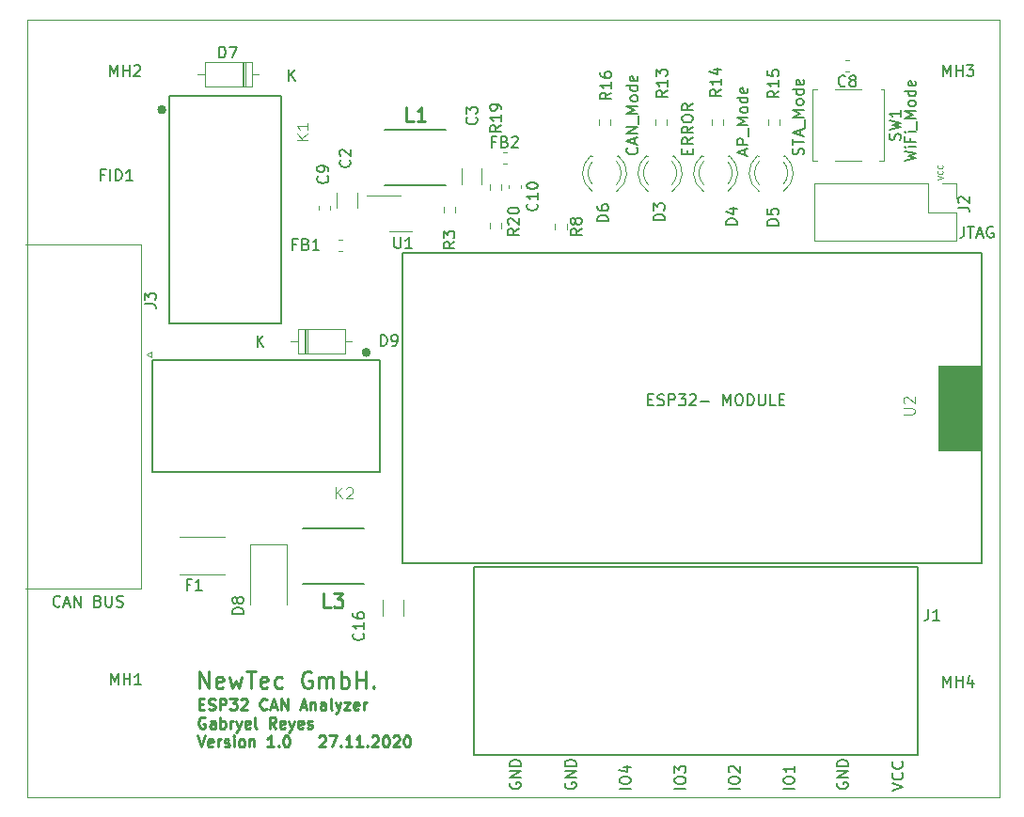
<source format=gbr>
%TF.GenerationSoftware,KiCad,Pcbnew,(5.1.8)-1*%
%TF.CreationDate,2020-12-02T11:58:54+01:00*%
%TF.ProjectId,Board,426f6172-642e-46b6-9963-61645f706362,rev?*%
%TF.SameCoordinates,PX253b400PY7a67730*%
%TF.FileFunction,Legend,Top*%
%TF.FilePolarity,Positive*%
%FSLAX46Y46*%
G04 Gerber Fmt 4.6, Leading zero omitted, Abs format (unit mm)*
G04 Created by KiCad (PCBNEW (5.1.8)-1) date 2020-12-02 11:58:54*
%MOMM*%
%LPD*%
G01*
G04 APERTURE LIST*
%ADD10C,0.150000*%
%ADD11C,0.100000*%
%ADD12C,0.250000*%
%TA.AperFunction,Profile*%
%ADD13C,0.050000*%
%TD*%
%ADD14C,0.120000*%
%ADD15C,0.127000*%
%ADD16C,0.152400*%
%ADD17C,0.400000*%
%ADD18C,0.200000*%
%ADD19C,0.015000*%
%ADD20C,0.254000*%
G04 APERTURE END LIST*
D10*
X2936190Y17232858D02*
X2888571Y17185239D01*
X2745714Y17137620D01*
X2650476Y17137620D01*
X2507619Y17185239D01*
X2412380Y17280477D01*
X2364761Y17375715D01*
X2317142Y17566191D01*
X2317142Y17709048D01*
X2364761Y17899524D01*
X2412380Y17994762D01*
X2507619Y18090000D01*
X2650476Y18137620D01*
X2745714Y18137620D01*
X2888571Y18090000D01*
X2936190Y18042381D01*
X3317142Y17423334D02*
X3793333Y17423334D01*
X3221904Y17137620D02*
X3555238Y18137620D01*
X3888571Y17137620D01*
X4221904Y17137620D02*
X4221904Y18137620D01*
X4793333Y17137620D01*
X4793333Y18137620D01*
X6364761Y17661429D02*
X6507619Y17613810D01*
X6555238Y17566191D01*
X6602857Y17470953D01*
X6602857Y17328096D01*
X6555238Y17232858D01*
X6507619Y17185239D01*
X6412380Y17137620D01*
X6031428Y17137620D01*
X6031428Y18137620D01*
X6364761Y18137620D01*
X6460000Y18090000D01*
X6507619Y18042381D01*
X6555238Y17947143D01*
X6555238Y17851905D01*
X6507619Y17756667D01*
X6460000Y17709048D01*
X6364761Y17661429D01*
X6031428Y17661429D01*
X7031428Y18137620D02*
X7031428Y17328096D01*
X7079047Y17232858D01*
X7126666Y17185239D01*
X7221904Y17137620D01*
X7412380Y17137620D01*
X7507619Y17185239D01*
X7555238Y17232858D01*
X7602857Y17328096D01*
X7602857Y18137620D01*
X8031428Y17185239D02*
X8174285Y17137620D01*
X8412380Y17137620D01*
X8507619Y17185239D01*
X8555238Y17232858D01*
X8602857Y17328096D01*
X8602857Y17423334D01*
X8555238Y17518572D01*
X8507619Y17566191D01*
X8412380Y17613810D01*
X8221904Y17661429D01*
X8126666Y17709048D01*
X8079047Y17756667D01*
X8031428Y17851905D01*
X8031428Y17947143D01*
X8079047Y18042381D01*
X8126666Y18090000D01*
X8221904Y18137620D01*
X8460000Y18137620D01*
X8602857Y18090000D01*
X78992380Y57340953D02*
X79992380Y57579048D01*
X79278095Y57769524D01*
X79992380Y57960000D01*
X78992380Y58198096D01*
X79992380Y58579048D02*
X79325714Y58579048D01*
X78992380Y58579048D02*
X79040000Y58531429D01*
X79087619Y58579048D01*
X79040000Y58626667D01*
X78992380Y58579048D01*
X79087619Y58579048D01*
X79468571Y59388572D02*
X79468571Y59055239D01*
X79992380Y59055239D02*
X78992380Y59055239D01*
X78992380Y59531429D01*
X79992380Y59912381D02*
X79325714Y59912381D01*
X78992380Y59912381D02*
X79040000Y59864762D01*
X79087619Y59912381D01*
X79040000Y59960000D01*
X78992380Y59912381D01*
X79087619Y59912381D01*
X80087619Y60150477D02*
X80087619Y60912381D01*
X79992380Y61150477D02*
X78992380Y61150477D01*
X79706666Y61483810D01*
X78992380Y61817143D01*
X79992380Y61817143D01*
X79992380Y62436191D02*
X79944761Y62340953D01*
X79897142Y62293334D01*
X79801904Y62245715D01*
X79516190Y62245715D01*
X79420952Y62293334D01*
X79373333Y62340953D01*
X79325714Y62436191D01*
X79325714Y62579048D01*
X79373333Y62674286D01*
X79420952Y62721905D01*
X79516190Y62769524D01*
X79801904Y62769524D01*
X79897142Y62721905D01*
X79944761Y62674286D01*
X79992380Y62579048D01*
X79992380Y62436191D01*
X79992380Y63626667D02*
X78992380Y63626667D01*
X79944761Y63626667D02*
X79992380Y63531429D01*
X79992380Y63340953D01*
X79944761Y63245715D01*
X79897142Y63198096D01*
X79801904Y63150477D01*
X79516190Y63150477D01*
X79420952Y63198096D01*
X79373333Y63245715D01*
X79325714Y63340953D01*
X79325714Y63531429D01*
X79373333Y63626667D01*
X79944761Y64483810D02*
X79992380Y64388572D01*
X79992380Y64198096D01*
X79944761Y64102858D01*
X79849523Y64055239D01*
X79468571Y64055239D01*
X79373333Y64102858D01*
X79325714Y64198096D01*
X79325714Y64388572D01*
X79373333Y64483810D01*
X79468571Y64531429D01*
X79563809Y64531429D01*
X79659047Y64055239D01*
X43480000Y1293334D02*
X43432380Y1198096D01*
X43432380Y1055238D01*
X43480000Y912381D01*
X43575238Y817143D01*
X43670476Y769524D01*
X43860952Y721905D01*
X44003809Y721905D01*
X44194285Y769524D01*
X44289523Y817143D01*
X44384761Y912381D01*
X44432380Y1055238D01*
X44432380Y1150477D01*
X44384761Y1293334D01*
X44337142Y1340953D01*
X44003809Y1340953D01*
X44003809Y1150477D01*
X44432380Y1769524D02*
X43432380Y1769524D01*
X44432380Y2340953D01*
X43432380Y2340953D01*
X44432380Y2817143D02*
X43432380Y2817143D01*
X43432380Y3055238D01*
X43480000Y3198096D01*
X43575238Y3293334D01*
X43670476Y3340953D01*
X43860952Y3388572D01*
X44003809Y3388572D01*
X44194285Y3340953D01*
X44289523Y3293334D01*
X44384761Y3198096D01*
X44432380Y3055238D01*
X44432380Y2817143D01*
X48440000Y1293334D02*
X48392380Y1198096D01*
X48392380Y1055238D01*
X48440000Y912381D01*
X48535238Y817143D01*
X48630476Y769524D01*
X48820952Y721905D01*
X48963809Y721905D01*
X49154285Y769524D01*
X49249523Y817143D01*
X49344761Y912381D01*
X49392380Y1055238D01*
X49392380Y1150477D01*
X49344761Y1293334D01*
X49297142Y1340953D01*
X48963809Y1340953D01*
X48963809Y1150477D01*
X49392380Y1769524D02*
X48392380Y1769524D01*
X49392380Y2340953D01*
X48392380Y2340953D01*
X49392380Y2817143D02*
X48392380Y2817143D01*
X48392380Y3055238D01*
X48440000Y3198096D01*
X48535238Y3293334D01*
X48630476Y3340953D01*
X48820952Y3388572D01*
X48963809Y3388572D01*
X49154285Y3340953D01*
X49249523Y3293334D01*
X49344761Y3198096D01*
X49392380Y3055238D01*
X49392380Y2817143D01*
X54312380Y769524D02*
X53312380Y769524D01*
X53312380Y1436191D02*
X53312380Y1626667D01*
X53360000Y1721905D01*
X53455238Y1817144D01*
X53645714Y1864763D01*
X53979047Y1864763D01*
X54169523Y1817144D01*
X54264761Y1721905D01*
X54312380Y1626667D01*
X54312380Y1436191D01*
X54264761Y1340953D01*
X54169523Y1245715D01*
X53979047Y1198096D01*
X53645714Y1198096D01*
X53455238Y1245715D01*
X53360000Y1340953D01*
X53312380Y1436191D01*
X53645714Y2721905D02*
X54312380Y2721905D01*
X53264761Y2483810D02*
X53979047Y2245715D01*
X53979047Y2864763D01*
X59272380Y769524D02*
X58272380Y769524D01*
X58272380Y1436191D02*
X58272380Y1626667D01*
X58320000Y1721905D01*
X58415238Y1817144D01*
X58605714Y1864763D01*
X58939047Y1864763D01*
X59129523Y1817144D01*
X59224761Y1721905D01*
X59272380Y1626667D01*
X59272380Y1436191D01*
X59224761Y1340953D01*
X59129523Y1245715D01*
X58939047Y1198096D01*
X58605714Y1198096D01*
X58415238Y1245715D01*
X58320000Y1340953D01*
X58272380Y1436191D01*
X58272380Y2198096D02*
X58272380Y2817144D01*
X58653333Y2483810D01*
X58653333Y2626667D01*
X58700952Y2721905D01*
X58748571Y2769524D01*
X58843809Y2817144D01*
X59081904Y2817144D01*
X59177142Y2769524D01*
X59224761Y2721905D01*
X59272380Y2626667D01*
X59272380Y2340953D01*
X59224761Y2245715D01*
X59177142Y2198096D01*
X64132380Y769524D02*
X63132380Y769524D01*
X63132380Y1436191D02*
X63132380Y1626667D01*
X63180000Y1721905D01*
X63275238Y1817144D01*
X63465714Y1864763D01*
X63799047Y1864763D01*
X63989523Y1817144D01*
X64084761Y1721905D01*
X64132380Y1626667D01*
X64132380Y1436191D01*
X64084761Y1340953D01*
X63989523Y1245715D01*
X63799047Y1198096D01*
X63465714Y1198096D01*
X63275238Y1245715D01*
X63180000Y1340953D01*
X63132380Y1436191D01*
X63227619Y2245715D02*
X63180000Y2293334D01*
X63132380Y2388572D01*
X63132380Y2626667D01*
X63180000Y2721905D01*
X63227619Y2769524D01*
X63322857Y2817144D01*
X63418095Y2817144D01*
X63560952Y2769524D01*
X64132380Y2198096D01*
X64132380Y2817144D01*
X69052380Y769524D02*
X68052380Y769524D01*
X68052380Y1436191D02*
X68052380Y1626667D01*
X68100000Y1721905D01*
X68195238Y1817144D01*
X68385714Y1864763D01*
X68719047Y1864763D01*
X68909523Y1817144D01*
X69004761Y1721905D01*
X69052380Y1626667D01*
X69052380Y1436191D01*
X69004761Y1340953D01*
X68909523Y1245715D01*
X68719047Y1198096D01*
X68385714Y1198096D01*
X68195238Y1245715D01*
X68100000Y1340953D01*
X68052380Y1436191D01*
X69052380Y2817144D02*
X69052380Y2245715D01*
X69052380Y2531429D02*
X68052380Y2531429D01*
X68195238Y2436191D01*
X68290476Y2340953D01*
X68338095Y2245715D01*
X72920000Y1293334D02*
X72872380Y1198096D01*
X72872380Y1055238D01*
X72920000Y912381D01*
X73015238Y817143D01*
X73110476Y769524D01*
X73300952Y721905D01*
X73443809Y721905D01*
X73634285Y769524D01*
X73729523Y817143D01*
X73824761Y912381D01*
X73872380Y1055238D01*
X73872380Y1150477D01*
X73824761Y1293334D01*
X73777142Y1340953D01*
X73443809Y1340953D01*
X73443809Y1150477D01*
X73872380Y1769524D02*
X72872380Y1769524D01*
X73872380Y2340953D01*
X72872380Y2340953D01*
X73872380Y2817143D02*
X72872380Y2817143D01*
X72872380Y3055238D01*
X72920000Y3198096D01*
X73015238Y3293334D01*
X73110476Y3340953D01*
X73300952Y3388572D01*
X73443809Y3388572D01*
X73634285Y3340953D01*
X73729523Y3293334D01*
X73824761Y3198096D01*
X73872380Y3055238D01*
X73872380Y2817143D01*
X77832380Y626667D02*
X78832380Y960000D01*
X77832380Y1293334D01*
X78737142Y2198096D02*
X78784761Y2150477D01*
X78832380Y2007620D01*
X78832380Y1912381D01*
X78784761Y1769524D01*
X78689523Y1674286D01*
X78594285Y1626667D01*
X78403809Y1579048D01*
X78260952Y1579048D01*
X78070476Y1626667D01*
X77975238Y1674286D01*
X77880000Y1769524D01*
X77832380Y1912381D01*
X77832380Y2007620D01*
X77880000Y2150477D01*
X77927619Y2198096D01*
X78737142Y3198096D02*
X78784761Y3150477D01*
X78832380Y3007620D01*
X78832380Y2912381D01*
X78784761Y2769524D01*
X78689523Y2674286D01*
X78594285Y2626667D01*
X78403809Y2579048D01*
X78260952Y2579048D01*
X78070476Y2626667D01*
X77975238Y2674286D01*
X77880000Y2769524D01*
X77832380Y2912381D01*
X77832380Y3007620D01*
X77880000Y3150477D01*
X77927619Y3198096D01*
X69844761Y57874286D02*
X69892380Y58017143D01*
X69892380Y58255238D01*
X69844761Y58350477D01*
X69797142Y58398096D01*
X69701904Y58445715D01*
X69606666Y58445715D01*
X69511428Y58398096D01*
X69463809Y58350477D01*
X69416190Y58255238D01*
X69368571Y58064762D01*
X69320952Y57969524D01*
X69273333Y57921905D01*
X69178095Y57874286D01*
X69082857Y57874286D01*
X68987619Y57921905D01*
X68940000Y57969524D01*
X68892380Y58064762D01*
X68892380Y58302858D01*
X68940000Y58445715D01*
X68892380Y58731429D02*
X68892380Y59302858D01*
X69892380Y59017143D02*
X68892380Y59017143D01*
X69606666Y59588572D02*
X69606666Y60064762D01*
X69892380Y59493334D02*
X68892380Y59826667D01*
X69892380Y60160000D01*
X69987619Y60255238D02*
X69987619Y61017143D01*
X69892380Y61255238D02*
X68892380Y61255238D01*
X69606666Y61588572D01*
X68892380Y61921905D01*
X69892380Y61921905D01*
X69892380Y62540953D02*
X69844761Y62445715D01*
X69797142Y62398096D01*
X69701904Y62350477D01*
X69416190Y62350477D01*
X69320952Y62398096D01*
X69273333Y62445715D01*
X69225714Y62540953D01*
X69225714Y62683810D01*
X69273333Y62779048D01*
X69320952Y62826667D01*
X69416190Y62874286D01*
X69701904Y62874286D01*
X69797142Y62826667D01*
X69844761Y62779048D01*
X69892380Y62683810D01*
X69892380Y62540953D01*
X69892380Y63731429D02*
X68892380Y63731429D01*
X69844761Y63731429D02*
X69892380Y63636191D01*
X69892380Y63445715D01*
X69844761Y63350477D01*
X69797142Y63302858D01*
X69701904Y63255238D01*
X69416190Y63255238D01*
X69320952Y63302858D01*
X69273333Y63350477D01*
X69225714Y63445715D01*
X69225714Y63636191D01*
X69273333Y63731429D01*
X69844761Y64588572D02*
X69892380Y64493334D01*
X69892380Y64302858D01*
X69844761Y64207619D01*
X69749523Y64160000D01*
X69368571Y64160000D01*
X69273333Y64207619D01*
X69225714Y64302858D01*
X69225714Y64493334D01*
X69273333Y64588572D01*
X69368571Y64636191D01*
X69463809Y64636191D01*
X69559047Y64160000D01*
X64576666Y57874286D02*
X64576666Y58350476D01*
X64862380Y57779048D02*
X63862380Y58112381D01*
X64862380Y58445715D01*
X64862380Y58779048D02*
X63862380Y58779048D01*
X63862380Y59160000D01*
X63910000Y59255238D01*
X63957619Y59302857D01*
X64052857Y59350476D01*
X64195714Y59350476D01*
X64290952Y59302857D01*
X64338571Y59255238D01*
X64386190Y59160000D01*
X64386190Y58779048D01*
X64957619Y59540953D02*
X64957619Y60302857D01*
X64862380Y60540953D02*
X63862380Y60540953D01*
X64576666Y60874286D01*
X63862380Y61207619D01*
X64862380Y61207619D01*
X64862380Y61826667D02*
X64814761Y61731429D01*
X64767142Y61683810D01*
X64671904Y61636191D01*
X64386190Y61636191D01*
X64290952Y61683810D01*
X64243333Y61731429D01*
X64195714Y61826667D01*
X64195714Y61969524D01*
X64243333Y62064762D01*
X64290952Y62112381D01*
X64386190Y62160000D01*
X64671904Y62160000D01*
X64767142Y62112381D01*
X64814761Y62064762D01*
X64862380Y61969524D01*
X64862380Y61826667D01*
X64862380Y63017143D02*
X63862380Y63017143D01*
X64814761Y63017143D02*
X64862380Y62921905D01*
X64862380Y62731429D01*
X64814761Y62636191D01*
X64767142Y62588572D01*
X64671904Y62540953D01*
X64386190Y62540953D01*
X64290952Y62588572D01*
X64243333Y62636191D01*
X64195714Y62731429D01*
X64195714Y62921905D01*
X64243333Y63017143D01*
X64814761Y63874286D02*
X64862380Y63779048D01*
X64862380Y63588572D01*
X64814761Y63493334D01*
X64719523Y63445715D01*
X64338571Y63445715D01*
X64243333Y63493334D01*
X64195714Y63588572D01*
X64195714Y63779048D01*
X64243333Y63874286D01*
X64338571Y63921905D01*
X64433809Y63921905D01*
X64529047Y63445715D01*
X59398571Y57921905D02*
X59398571Y58255239D01*
X59922380Y58398096D02*
X59922380Y57921905D01*
X58922380Y57921905D01*
X58922380Y58398096D01*
X59922380Y59398096D02*
X59446190Y59064762D01*
X59922380Y58826667D02*
X58922380Y58826667D01*
X58922380Y59207620D01*
X58970000Y59302858D01*
X59017619Y59350477D01*
X59112857Y59398096D01*
X59255714Y59398096D01*
X59350952Y59350477D01*
X59398571Y59302858D01*
X59446190Y59207620D01*
X59446190Y58826667D01*
X59922380Y60398096D02*
X59446190Y60064762D01*
X59922380Y59826667D02*
X58922380Y59826667D01*
X58922380Y60207620D01*
X58970000Y60302858D01*
X59017619Y60350477D01*
X59112857Y60398096D01*
X59255714Y60398096D01*
X59350952Y60350477D01*
X59398571Y60302858D01*
X59446190Y60207620D01*
X59446190Y59826667D01*
X58922380Y61017143D02*
X58922380Y61207620D01*
X58970000Y61302858D01*
X59065238Y61398096D01*
X59255714Y61445715D01*
X59589047Y61445715D01*
X59779523Y61398096D01*
X59874761Y61302858D01*
X59922380Y61207620D01*
X59922380Y61017143D01*
X59874761Y60921905D01*
X59779523Y60826667D01*
X59589047Y60779048D01*
X59255714Y60779048D01*
X59065238Y60826667D01*
X58970000Y60921905D01*
X58922380Y61017143D01*
X59922380Y62445715D02*
X59446190Y62112381D01*
X59922380Y61874286D02*
X58922380Y61874286D01*
X58922380Y62255239D01*
X58970000Y62350477D01*
X59017619Y62398096D01*
X59112857Y62445715D01*
X59255714Y62445715D01*
X59350952Y62398096D01*
X59398571Y62350477D01*
X59446190Y62255239D01*
X59446190Y61874286D01*
X54857142Y58493334D02*
X54904761Y58445715D01*
X54952380Y58302858D01*
X54952380Y58207620D01*
X54904761Y58064763D01*
X54809523Y57969525D01*
X54714285Y57921905D01*
X54523809Y57874286D01*
X54380952Y57874286D01*
X54190476Y57921905D01*
X54095238Y57969525D01*
X54000000Y58064763D01*
X53952380Y58207620D01*
X53952380Y58302858D01*
X54000000Y58445715D01*
X54047619Y58493334D01*
X54666666Y58874286D02*
X54666666Y59350477D01*
X54952380Y58779048D02*
X53952380Y59112382D01*
X54952380Y59445715D01*
X54952380Y59779048D02*
X53952380Y59779048D01*
X54952380Y60350477D01*
X53952380Y60350477D01*
X55047619Y60588572D02*
X55047619Y61350477D01*
X54952380Y61588572D02*
X53952380Y61588572D01*
X54666666Y61921905D01*
X53952380Y62255239D01*
X54952380Y62255239D01*
X54952380Y62874286D02*
X54904761Y62779048D01*
X54857142Y62731429D01*
X54761904Y62683810D01*
X54476190Y62683810D01*
X54380952Y62731429D01*
X54333333Y62779048D01*
X54285714Y62874286D01*
X54285714Y63017144D01*
X54333333Y63112382D01*
X54380952Y63160001D01*
X54476190Y63207620D01*
X54761904Y63207620D01*
X54857142Y63160001D01*
X54904761Y63112382D01*
X54952380Y63017144D01*
X54952380Y62874286D01*
X54952380Y64064763D02*
X53952380Y64064763D01*
X54904761Y64064763D02*
X54952380Y63969525D01*
X54952380Y63779048D01*
X54904761Y63683810D01*
X54857142Y63636191D01*
X54761904Y63588572D01*
X54476190Y63588572D01*
X54380952Y63636191D01*
X54333333Y63683810D01*
X54285714Y63779048D01*
X54285714Y63969525D01*
X54333333Y64064763D01*
X54904761Y64921905D02*
X54952380Y64826667D01*
X54952380Y64636191D01*
X54904761Y64540953D01*
X54809523Y64493334D01*
X54428571Y64493334D01*
X54333333Y64540953D01*
X54285714Y64636191D01*
X54285714Y64826667D01*
X54333333Y64921905D01*
X54428571Y64969525D01*
X54523809Y64969525D01*
X54619047Y64493334D01*
D11*
X81926190Y55633334D02*
X82426190Y55800000D01*
X81926190Y55966667D01*
X82378571Y56419048D02*
X82402380Y56395239D01*
X82426190Y56323810D01*
X82426190Y56276191D01*
X82402380Y56204762D01*
X82354761Y56157143D01*
X82307142Y56133334D01*
X82211904Y56109524D01*
X82140476Y56109524D01*
X82045238Y56133334D01*
X81997619Y56157143D01*
X81950000Y56204762D01*
X81926190Y56276191D01*
X81926190Y56323810D01*
X81950000Y56395239D01*
X81973809Y56419048D01*
X82378571Y56919048D02*
X82402380Y56895239D01*
X82426190Y56823810D01*
X82426190Y56776191D01*
X82402380Y56704762D01*
X82354761Y56657143D01*
X82307142Y56633334D01*
X82211904Y56609524D01*
X82140476Y56609524D01*
X82045238Y56633334D01*
X81997619Y56657143D01*
X81950000Y56704762D01*
X81926190Y56776191D01*
X81926190Y56823810D01*
X81950000Y56895239D01*
X81973809Y56919048D01*
D10*
X84313333Y51407620D02*
X84313333Y50693334D01*
X84265714Y50550477D01*
X84170476Y50455239D01*
X84027619Y50407620D01*
X83932380Y50407620D01*
X84646666Y51407620D02*
X85218095Y51407620D01*
X84932380Y50407620D02*
X84932380Y51407620D01*
X85503809Y50693334D02*
X85980000Y50693334D01*
X85408571Y50407620D02*
X85741904Y51407620D01*
X86075238Y50407620D01*
X86932380Y51360000D02*
X86837142Y51407620D01*
X86694285Y51407620D01*
X86551428Y51360000D01*
X86456190Y51264762D01*
X86408571Y51169524D01*
X86360952Y50979048D01*
X86360952Y50836191D01*
X86408571Y50645715D01*
X86456190Y50550477D01*
X86551428Y50455239D01*
X86694285Y50407620D01*
X86789523Y50407620D01*
X86932380Y50455239D01*
X86980000Y50502858D01*
X86980000Y50836191D01*
X86789523Y50836191D01*
X55880952Y35821429D02*
X56214285Y35821429D01*
X56357142Y35297620D02*
X55880952Y35297620D01*
X55880952Y36297620D01*
X56357142Y36297620D01*
X56738095Y35345239D02*
X56880952Y35297620D01*
X57119047Y35297620D01*
X57214285Y35345239D01*
X57261904Y35392858D01*
X57309523Y35488096D01*
X57309523Y35583334D01*
X57261904Y35678572D01*
X57214285Y35726191D01*
X57119047Y35773810D01*
X56928571Y35821429D01*
X56833333Y35869048D01*
X56785714Y35916667D01*
X56738095Y36011905D01*
X56738095Y36107143D01*
X56785714Y36202381D01*
X56833333Y36250000D01*
X56928571Y36297620D01*
X57166666Y36297620D01*
X57309523Y36250000D01*
X57738095Y35297620D02*
X57738095Y36297620D01*
X58119047Y36297620D01*
X58214285Y36250000D01*
X58261904Y36202381D01*
X58309523Y36107143D01*
X58309523Y35964286D01*
X58261904Y35869048D01*
X58214285Y35821429D01*
X58119047Y35773810D01*
X57738095Y35773810D01*
X58642857Y36297620D02*
X59261904Y36297620D01*
X58928571Y35916667D01*
X59071428Y35916667D01*
X59166666Y35869048D01*
X59214285Y35821429D01*
X59261904Y35726191D01*
X59261904Y35488096D01*
X59214285Y35392858D01*
X59166666Y35345239D01*
X59071428Y35297620D01*
X58785714Y35297620D01*
X58690476Y35345239D01*
X58642857Y35392858D01*
X59642857Y36202381D02*
X59690476Y36250000D01*
X59785714Y36297620D01*
X60023809Y36297620D01*
X60119047Y36250000D01*
X60166666Y36202381D01*
X60214285Y36107143D01*
X60214285Y36011905D01*
X60166666Y35869048D01*
X59595238Y35297620D01*
X60214285Y35297620D01*
X60642857Y35678572D02*
X61404761Y35678572D01*
X62642857Y35297620D02*
X62642857Y36297620D01*
X62976190Y35583334D01*
X63309523Y36297620D01*
X63309523Y35297620D01*
X63976190Y36297620D02*
X64166666Y36297620D01*
X64261904Y36250000D01*
X64357142Y36154762D01*
X64404761Y35964286D01*
X64404761Y35630953D01*
X64357142Y35440477D01*
X64261904Y35345239D01*
X64166666Y35297620D01*
X63976190Y35297620D01*
X63880952Y35345239D01*
X63785714Y35440477D01*
X63738095Y35630953D01*
X63738095Y35964286D01*
X63785714Y36154762D01*
X63880952Y36250000D01*
X63976190Y36297620D01*
X64833333Y35297620D02*
X64833333Y36297620D01*
X65071428Y36297620D01*
X65214285Y36250000D01*
X65309523Y36154762D01*
X65357142Y36059524D01*
X65404761Y35869048D01*
X65404761Y35726191D01*
X65357142Y35535715D01*
X65309523Y35440477D01*
X65214285Y35345239D01*
X65071428Y35297620D01*
X64833333Y35297620D01*
X65833333Y36297620D02*
X65833333Y35488096D01*
X65880952Y35392858D01*
X65928571Y35345239D01*
X66023809Y35297620D01*
X66214285Y35297620D01*
X66309523Y35345239D01*
X66357142Y35392858D01*
X66404761Y35488096D01*
X66404761Y36297620D01*
X67357142Y35297620D02*
X66880952Y35297620D01*
X66880952Y36297620D01*
X67690476Y35821429D02*
X68023809Y35821429D01*
X68166666Y35297620D02*
X67690476Y35297620D01*
X67690476Y36297620D01*
X68166666Y36297620D01*
D12*
X15309523Y5547620D02*
X15642856Y4547620D01*
X15976190Y5547620D01*
X16690475Y4595239D02*
X16595237Y4547620D01*
X16404761Y4547620D01*
X16309523Y4595239D01*
X16261904Y4690477D01*
X16261904Y5071429D01*
X16309523Y5166667D01*
X16404761Y5214286D01*
X16595237Y5214286D01*
X16690475Y5166667D01*
X16738094Y5071429D01*
X16738094Y4976191D01*
X16261904Y4880953D01*
X17166666Y4547620D02*
X17166666Y5214286D01*
X17166666Y5023810D02*
X17214285Y5119048D01*
X17261904Y5166667D01*
X17357142Y5214286D01*
X17452380Y5214286D01*
X17738094Y4595239D02*
X17833332Y4547620D01*
X18023809Y4547620D01*
X18119047Y4595239D01*
X18166666Y4690477D01*
X18166666Y4738096D01*
X18119047Y4833334D01*
X18023809Y4880953D01*
X17880951Y4880953D01*
X17785713Y4928572D01*
X17738094Y5023810D01*
X17738094Y5071429D01*
X17785713Y5166667D01*
X17880951Y5214286D01*
X18023809Y5214286D01*
X18119047Y5166667D01*
X18595237Y4547620D02*
X18595237Y5214286D01*
X18595237Y5547620D02*
X18547618Y5500000D01*
X18595237Y5452381D01*
X18642856Y5500000D01*
X18595237Y5547620D01*
X18595237Y5452381D01*
X19214285Y4547620D02*
X19119047Y4595239D01*
X19071428Y4642858D01*
X19023809Y4738096D01*
X19023809Y5023810D01*
X19071428Y5119048D01*
X19119047Y5166667D01*
X19214285Y5214286D01*
X19357142Y5214286D01*
X19452380Y5166667D01*
X19499999Y5119048D01*
X19547618Y5023810D01*
X19547618Y4738096D01*
X19499999Y4642858D01*
X19452380Y4595239D01*
X19357142Y4547620D01*
X19214285Y4547620D01*
X19976190Y5214286D02*
X19976190Y4547620D01*
X19976190Y5119048D02*
X20023809Y5166667D01*
X20119047Y5214286D01*
X20261904Y5214286D01*
X20357142Y5166667D01*
X20404761Y5071429D01*
X20404761Y4547620D01*
X22166666Y4547620D02*
X21595237Y4547620D01*
X21880951Y4547620D02*
X21880951Y5547620D01*
X21785713Y5404762D01*
X21690475Y5309524D01*
X21595237Y5261905D01*
X22595237Y4642858D02*
X22642856Y4595239D01*
X22595237Y4547620D01*
X22547618Y4595239D01*
X22595237Y4642858D01*
X22595237Y4547620D01*
X23261904Y5547620D02*
X23357142Y5547620D01*
X23452380Y5500000D01*
X23499999Y5452381D01*
X23547618Y5357143D01*
X23595237Y5166667D01*
X23595237Y4928572D01*
X23547618Y4738096D01*
X23499999Y4642858D01*
X23452380Y4595239D01*
X23357142Y4547620D01*
X23261904Y4547620D01*
X23166666Y4595239D01*
X23119047Y4642858D01*
X23071428Y4738096D01*
X23023809Y4928572D01*
X23023809Y5166667D01*
X23071428Y5357143D01*
X23119047Y5452381D01*
X23166666Y5500000D01*
X23261904Y5547620D01*
X26261904Y5452381D02*
X26309523Y5500000D01*
X26404761Y5547620D01*
X26642856Y5547620D01*
X26738094Y5500000D01*
X26785713Y5452381D01*
X26833332Y5357143D01*
X26833332Y5261905D01*
X26785713Y5119048D01*
X26214285Y4547620D01*
X26833332Y4547620D01*
X27166666Y5547620D02*
X27833332Y5547620D01*
X27404761Y4547620D01*
X28214285Y4642858D02*
X28261904Y4595239D01*
X28214285Y4547620D01*
X28166666Y4595239D01*
X28214285Y4642858D01*
X28214285Y4547620D01*
X29214285Y4547620D02*
X28642856Y4547620D01*
X28928571Y4547620D02*
X28928571Y5547620D01*
X28833332Y5404762D01*
X28738094Y5309524D01*
X28642856Y5261905D01*
X30166666Y4547620D02*
X29595237Y4547620D01*
X29880951Y4547620D02*
X29880951Y5547620D01*
X29785713Y5404762D01*
X29690475Y5309524D01*
X29595237Y5261905D01*
X30595237Y4642858D02*
X30642856Y4595239D01*
X30595237Y4547620D01*
X30547618Y4595239D01*
X30595237Y4642858D01*
X30595237Y4547620D01*
X31023809Y5452381D02*
X31071428Y5500000D01*
X31166666Y5547620D01*
X31404761Y5547620D01*
X31499999Y5500000D01*
X31547618Y5452381D01*
X31595237Y5357143D01*
X31595237Y5261905D01*
X31547618Y5119048D01*
X30976190Y4547620D01*
X31595237Y4547620D01*
X32214285Y5547620D02*
X32309523Y5547620D01*
X32404761Y5500000D01*
X32452380Y5452381D01*
X32499999Y5357143D01*
X32547618Y5166667D01*
X32547618Y4928572D01*
X32499999Y4738096D01*
X32452380Y4642858D01*
X32404761Y4595239D01*
X32309523Y4547620D01*
X32214285Y4547620D01*
X32119047Y4595239D01*
X32071428Y4642858D01*
X32023809Y4738096D01*
X31976190Y4928572D01*
X31976190Y5166667D01*
X32023809Y5357143D01*
X32071428Y5452381D01*
X32119047Y5500000D01*
X32214285Y5547620D01*
X32928570Y5452381D02*
X32976190Y5500000D01*
X33071428Y5547620D01*
X33309523Y5547620D01*
X33404761Y5500000D01*
X33452380Y5452381D01*
X33499999Y5357143D01*
X33499999Y5261905D01*
X33452380Y5119048D01*
X32880951Y4547620D01*
X33499999Y4547620D01*
X34119047Y5547620D02*
X34214285Y5547620D01*
X34309523Y5500000D01*
X34357142Y5452381D01*
X34404761Y5357143D01*
X34452380Y5166667D01*
X34452380Y4928572D01*
X34404761Y4738096D01*
X34357142Y4642858D01*
X34309523Y4595239D01*
X34214285Y4547620D01*
X34119047Y4547620D01*
X34023809Y4595239D01*
X33976190Y4642858D01*
X33928570Y4738096D01*
X33880951Y4928572D01*
X33880951Y5166667D01*
X33928570Y5357143D01*
X33976190Y5452381D01*
X34023809Y5500000D01*
X34119047Y5547620D01*
X15452380Y8403096D02*
X15785713Y8403096D01*
X15928571Y7879287D02*
X15452380Y7879287D01*
X15452380Y8879287D01*
X15928571Y8879287D01*
X16309523Y7926906D02*
X16452380Y7879287D01*
X16690475Y7879287D01*
X16785713Y7926906D01*
X16833332Y7974525D01*
X16880951Y8069763D01*
X16880951Y8165001D01*
X16833332Y8260239D01*
X16785713Y8307858D01*
X16690475Y8355477D01*
X16499999Y8403096D01*
X16404761Y8450715D01*
X16357142Y8498334D01*
X16309523Y8593572D01*
X16309523Y8688810D01*
X16357142Y8784048D01*
X16404761Y8831667D01*
X16499999Y8879287D01*
X16738094Y8879287D01*
X16880951Y8831667D01*
X17309523Y7879287D02*
X17309523Y8879287D01*
X17690475Y8879287D01*
X17785713Y8831667D01*
X17833332Y8784048D01*
X17880951Y8688810D01*
X17880951Y8545953D01*
X17833332Y8450715D01*
X17785713Y8403096D01*
X17690475Y8355477D01*
X17309523Y8355477D01*
X18214285Y8879287D02*
X18833332Y8879287D01*
X18499999Y8498334D01*
X18642856Y8498334D01*
X18738094Y8450715D01*
X18785713Y8403096D01*
X18833332Y8307858D01*
X18833332Y8069763D01*
X18785713Y7974525D01*
X18738094Y7926906D01*
X18642856Y7879287D01*
X18357142Y7879287D01*
X18261904Y7926906D01*
X18214285Y7974525D01*
X19214285Y8784048D02*
X19261904Y8831667D01*
X19357142Y8879287D01*
X19595237Y8879287D01*
X19690475Y8831667D01*
X19738094Y8784048D01*
X19785713Y8688810D01*
X19785713Y8593572D01*
X19738094Y8450715D01*
X19166666Y7879287D01*
X19785713Y7879287D01*
X21547618Y7974525D02*
X21499999Y7926906D01*
X21357142Y7879287D01*
X21261904Y7879287D01*
X21119047Y7926906D01*
X21023809Y8022144D01*
X20976190Y8117382D01*
X20928571Y8307858D01*
X20928571Y8450715D01*
X20976190Y8641191D01*
X21023809Y8736429D01*
X21119047Y8831667D01*
X21261904Y8879287D01*
X21357142Y8879287D01*
X21499999Y8831667D01*
X21547618Y8784048D01*
X21928571Y8165001D02*
X22404761Y8165001D01*
X21833332Y7879287D02*
X22166666Y8879287D01*
X22499999Y7879287D01*
X22833332Y7879287D02*
X22833332Y8879287D01*
X23404761Y7879287D01*
X23404761Y8879287D01*
X24595237Y8165001D02*
X25071428Y8165001D01*
X24499999Y7879287D02*
X24833332Y8879287D01*
X25166666Y7879287D01*
X25499999Y8545953D02*
X25499999Y7879287D01*
X25499999Y8450715D02*
X25547618Y8498334D01*
X25642856Y8545953D01*
X25785713Y8545953D01*
X25880951Y8498334D01*
X25928570Y8403096D01*
X25928570Y7879287D01*
X26833332Y7879287D02*
X26833332Y8403096D01*
X26785713Y8498334D01*
X26690475Y8545953D01*
X26499999Y8545953D01*
X26404761Y8498334D01*
X26833332Y7926906D02*
X26738094Y7879287D01*
X26499999Y7879287D01*
X26404761Y7926906D01*
X26357142Y8022144D01*
X26357142Y8117382D01*
X26404761Y8212620D01*
X26499999Y8260239D01*
X26738094Y8260239D01*
X26833332Y8307858D01*
X27452380Y7879287D02*
X27357142Y7926906D01*
X27309523Y8022144D01*
X27309523Y8879287D01*
X27738094Y8545953D02*
X27976190Y7879287D01*
X28214285Y8545953D02*
X27976190Y7879287D01*
X27880951Y7641191D01*
X27833332Y7593572D01*
X27738094Y7545953D01*
X28499999Y8545953D02*
X29023809Y8545953D01*
X28499999Y7879287D01*
X29023809Y7879287D01*
X29785713Y7926906D02*
X29690475Y7879287D01*
X29499999Y7879287D01*
X29404761Y7926906D01*
X29357142Y8022144D01*
X29357142Y8403096D01*
X29404761Y8498334D01*
X29499999Y8545953D01*
X29690475Y8545953D01*
X29785713Y8498334D01*
X29833332Y8403096D01*
X29833332Y8307858D01*
X29357142Y8212620D01*
X30261904Y7879287D02*
X30261904Y8545953D01*
X30261904Y8355477D02*
X30309523Y8450715D01*
X30357142Y8498334D01*
X30452380Y8545953D01*
X30547618Y8545953D01*
X15976190Y7165834D02*
X15880952Y7213454D01*
X15738095Y7213454D01*
X15595238Y7165834D01*
X15500000Y7070596D01*
X15452381Y6975358D01*
X15404762Y6784882D01*
X15404762Y6642025D01*
X15452381Y6451549D01*
X15500000Y6356311D01*
X15595238Y6261073D01*
X15738095Y6213454D01*
X15833333Y6213454D01*
X15976190Y6261073D01*
X16023809Y6308692D01*
X16023809Y6642025D01*
X15833333Y6642025D01*
X16880952Y6213454D02*
X16880952Y6737263D01*
X16833333Y6832501D01*
X16738095Y6880120D01*
X16547619Y6880120D01*
X16452381Y6832501D01*
X16880952Y6261073D02*
X16785714Y6213454D01*
X16547619Y6213454D01*
X16452381Y6261073D01*
X16404762Y6356311D01*
X16404762Y6451549D01*
X16452381Y6546787D01*
X16547619Y6594406D01*
X16785714Y6594406D01*
X16880952Y6642025D01*
X17357143Y6213454D02*
X17357143Y7213454D01*
X17357143Y6832501D02*
X17452381Y6880120D01*
X17642857Y6880120D01*
X17738095Y6832501D01*
X17785714Y6784882D01*
X17833333Y6689644D01*
X17833333Y6403930D01*
X17785714Y6308692D01*
X17738095Y6261073D01*
X17642857Y6213454D01*
X17452381Y6213454D01*
X17357143Y6261073D01*
X18261905Y6213454D02*
X18261905Y6880120D01*
X18261905Y6689644D02*
X18309524Y6784882D01*
X18357143Y6832501D01*
X18452381Y6880120D01*
X18547619Y6880120D01*
X18785714Y6880120D02*
X19023809Y6213454D01*
X19261905Y6880120D02*
X19023809Y6213454D01*
X18928571Y5975358D01*
X18880952Y5927739D01*
X18785714Y5880120D01*
X20023810Y6261073D02*
X19928571Y6213454D01*
X19738095Y6213454D01*
X19642857Y6261073D01*
X19595238Y6356311D01*
X19595238Y6737263D01*
X19642857Y6832501D01*
X19738095Y6880120D01*
X19928571Y6880120D01*
X20023810Y6832501D01*
X20071429Y6737263D01*
X20071429Y6642025D01*
X19595238Y6546787D01*
X20642857Y6213454D02*
X20547619Y6261073D01*
X20500000Y6356311D01*
X20500000Y7213454D01*
X22357143Y6213454D02*
X22023809Y6689644D01*
X21785714Y6213454D02*
X21785714Y7213454D01*
X22166667Y7213454D01*
X22261905Y7165834D01*
X22309524Y7118215D01*
X22357143Y7022977D01*
X22357143Y6880120D01*
X22309524Y6784882D01*
X22261905Y6737263D01*
X22166667Y6689644D01*
X21785714Y6689644D01*
X23166667Y6261073D02*
X23071429Y6213454D01*
X22880952Y6213454D01*
X22785714Y6261073D01*
X22738095Y6356311D01*
X22738095Y6737263D01*
X22785714Y6832501D01*
X22880952Y6880120D01*
X23071429Y6880120D01*
X23166667Y6832501D01*
X23214286Y6737263D01*
X23214286Y6642025D01*
X22738095Y6546787D01*
X23547619Y6880120D02*
X23785714Y6213454D01*
X24023810Y6880120D02*
X23785714Y6213454D01*
X23690476Y5975358D01*
X23642857Y5927739D01*
X23547619Y5880120D01*
X24785714Y6261073D02*
X24690476Y6213454D01*
X24500000Y6213454D01*
X24404762Y6261073D01*
X24357143Y6356311D01*
X24357143Y6737263D01*
X24404762Y6832501D01*
X24500000Y6880120D01*
X24690476Y6880120D01*
X24785714Y6832501D01*
X24833333Y6737263D01*
X24833333Y6642025D01*
X24357143Y6546787D01*
X25214286Y6261073D02*
X25309524Y6213454D01*
X25500000Y6213454D01*
X25595238Y6261073D01*
X25642857Y6356311D01*
X25642857Y6403930D01*
X25595238Y6499168D01*
X25500000Y6546787D01*
X25357143Y6546787D01*
X25261905Y6594406D01*
X25214286Y6689644D01*
X25214286Y6737263D01*
X25261905Y6832501D01*
X25357143Y6880120D01*
X25500000Y6880120D01*
X25595238Y6832501D01*
X15464286Y9821429D02*
X15464286Y11321429D01*
X16321429Y9821429D01*
X16321429Y11321429D01*
X17607143Y9892858D02*
X17464286Y9821429D01*
X17178571Y9821429D01*
X17035714Y9892858D01*
X16964286Y10035715D01*
X16964286Y10607143D01*
X17035714Y10750000D01*
X17178571Y10821429D01*
X17464286Y10821429D01*
X17607143Y10750000D01*
X17678571Y10607143D01*
X17678571Y10464286D01*
X16964286Y10321429D01*
X18178571Y10821429D02*
X18464286Y9821429D01*
X18750000Y10535715D01*
X19035714Y9821429D01*
X19321429Y10821429D01*
X19678571Y11321429D02*
X20535714Y11321429D01*
X20107143Y9821429D02*
X20107143Y11321429D01*
X21607143Y9892858D02*
X21464286Y9821429D01*
X21178571Y9821429D01*
X21035714Y9892858D01*
X20964286Y10035715D01*
X20964286Y10607143D01*
X21035714Y10750000D01*
X21178571Y10821429D01*
X21464286Y10821429D01*
X21607143Y10750000D01*
X21678571Y10607143D01*
X21678571Y10464286D01*
X20964286Y10321429D01*
X22964286Y9892858D02*
X22821429Y9821429D01*
X22535714Y9821429D01*
X22392857Y9892858D01*
X22321429Y9964286D01*
X22250000Y10107143D01*
X22250000Y10535715D01*
X22321429Y10678572D01*
X22392857Y10750000D01*
X22535714Y10821429D01*
X22821429Y10821429D01*
X22964286Y10750000D01*
X25535714Y11250000D02*
X25392857Y11321429D01*
X25178571Y11321429D01*
X24964286Y11250000D01*
X24821429Y11107143D01*
X24750000Y10964286D01*
X24678571Y10678572D01*
X24678571Y10464286D01*
X24750000Y10178572D01*
X24821429Y10035715D01*
X24964286Y9892858D01*
X25178571Y9821429D01*
X25321429Y9821429D01*
X25535714Y9892858D01*
X25607143Y9964286D01*
X25607143Y10464286D01*
X25321429Y10464286D01*
X26250000Y9821429D02*
X26250000Y10821429D01*
X26250000Y10678572D02*
X26321429Y10750000D01*
X26464286Y10821429D01*
X26678571Y10821429D01*
X26821429Y10750000D01*
X26892857Y10607143D01*
X26892857Y9821429D01*
X26892857Y10607143D02*
X26964286Y10750000D01*
X27107143Y10821429D01*
X27321429Y10821429D01*
X27464286Y10750000D01*
X27535714Y10607143D01*
X27535714Y9821429D01*
X28250000Y9821429D02*
X28250000Y11321429D01*
X28250000Y10750000D02*
X28392857Y10821429D01*
X28678571Y10821429D01*
X28821429Y10750000D01*
X28892857Y10678572D01*
X28964286Y10535715D01*
X28964286Y10107143D01*
X28892857Y9964286D01*
X28821429Y9892858D01*
X28678571Y9821429D01*
X28392857Y9821429D01*
X28250000Y9892858D01*
X29607143Y9821429D02*
X29607143Y11321429D01*
X29607143Y10607143D02*
X30464286Y10607143D01*
X30464286Y9821429D02*
X30464286Y11321429D01*
X31178571Y9964286D02*
X31250000Y9892858D01*
X31178571Y9821429D01*
X31107143Y9892858D01*
X31178571Y9964286D01*
X31178571Y9821429D01*
D13*
X0Y70000000D02*
X0Y0D01*
X87500000Y70000000D02*
X0Y70000000D01*
X87500000Y0D02*
X87500000Y70000000D01*
X0Y0D02*
X87500000Y0D01*
D14*
X70830000Y55300000D02*
X70830000Y50100000D01*
X81050000Y55300000D02*
X70830000Y55300000D01*
X83650000Y50100000D02*
X70830000Y50100000D01*
X81050000Y55300000D02*
X81050000Y52700000D01*
X81050000Y52700000D02*
X83650000Y52700000D01*
X83650000Y52700000D02*
X83650000Y50100000D01*
X82320000Y55300000D02*
X83650000Y55300000D01*
X83650000Y55300000D02*
X83650000Y53970000D01*
D15*
X85951000Y49024000D02*
X85951000Y21124000D01*
X33754000Y49044000D02*
X85951000Y49024000D01*
X33782000Y21104000D02*
X33782000Y49024000D01*
X85951000Y21124000D02*
X33782000Y21104000D01*
D11*
G36*
X85824000Y38884000D02*
G01*
X85824000Y31264000D01*
X82014000Y31264000D01*
X82014000Y38884000D01*
X85824000Y38884000D01*
G37*
X85824000Y38884000D02*
X85824000Y31264000D01*
X82014000Y31264000D01*
X82014000Y38884000D01*
X85824000Y38884000D01*
D14*
X24340000Y42170000D02*
X24340000Y39930000D01*
X24340000Y39930000D02*
X28580000Y39930000D01*
X28580000Y39930000D02*
X28580000Y42170000D01*
X28580000Y42170000D02*
X24340000Y42170000D01*
X23690000Y41050000D02*
X24340000Y41050000D01*
X29230000Y41050000D02*
X28580000Y41050000D01*
X25060000Y42170000D02*
X25060000Y39930000D01*
X25180000Y42170000D02*
X25180000Y39930000D01*
X24940000Y42170000D02*
X24940000Y39930000D01*
X-220000Y49795000D02*
X10260000Y49795000D01*
X10260000Y49795000D02*
X10260000Y18825000D01*
X10260000Y18825000D02*
X-220000Y18825000D01*
X11154338Y40100000D02*
X11154338Y39600000D01*
X11154338Y39600000D02*
X10721325Y39850000D01*
X10721325Y39850000D02*
X11154338Y40100000D01*
D16*
X80190000Y3770000D02*
X80190000Y20770000D01*
X80190000Y3770000D02*
X40190000Y3770000D01*
X80190000Y20770000D02*
X40190000Y20770000D01*
X40190000Y3770000D02*
X40190000Y20770000D01*
D17*
X30690000Y40060000D02*
G75*
G03*
X30690000Y40060000I-200000J0D01*
G01*
D15*
X31750000Y39400000D02*
X31750000Y29300000D01*
X31750000Y29300000D02*
X11250000Y29300000D01*
X11250000Y29300000D02*
X11250000Y39400000D01*
X11250000Y39400000D02*
X31750000Y39400000D01*
D18*
X32180000Y55080000D02*
X37680000Y55080000D01*
X37680000Y60080000D02*
X32180000Y60080000D01*
X24750000Y19180000D02*
X30250000Y19180000D01*
X30250000Y24180000D02*
X24750000Y24180000D01*
D14*
X33580000Y54200000D02*
X30580000Y54200000D01*
X34580000Y50960000D02*
X32580000Y50960000D01*
X41646500Y51734724D02*
X41646500Y51225276D01*
X42691500Y51734724D02*
X42691500Y51225276D01*
X41646500Y55234724D02*
X41646500Y54725276D01*
X42691500Y55234724D02*
X42691500Y54725276D01*
X52492500Y60535276D02*
X52492500Y61044724D01*
X51447500Y60535276D02*
X51447500Y61044724D01*
X67722500Y60527776D02*
X67722500Y61037224D01*
X66677500Y60527776D02*
X66677500Y61037224D01*
X62652500Y60537776D02*
X62652500Y61047224D01*
X61607500Y60537776D02*
X61607500Y61047224D01*
X57572500Y60537776D02*
X57572500Y61047224D01*
X56527500Y60537776D02*
X56527500Y61047224D01*
X47497500Y51644724D02*
X47497500Y51135276D01*
X48542500Y51644724D02*
X48542500Y51135276D01*
X38502500Y52637776D02*
X38502500Y53147224D01*
X37457500Y52637776D02*
X37457500Y53147224D01*
X43370000Y55126267D02*
X43370000Y54833733D01*
X44390000Y55126267D02*
X44390000Y54833733D01*
X27280000Y52926233D02*
X27280000Y53218767D01*
X26260000Y52926233D02*
X26260000Y53218767D01*
X73946267Y66390000D02*
X73653733Y66390000D01*
X73946267Y65370000D02*
X73653733Y65370000D01*
X43126267Y58090000D02*
X42783733Y58090000D01*
X43126267Y57070000D02*
X42783733Y57070000D01*
X28316267Y50220000D02*
X27973733Y50220000D01*
X28316267Y49200000D02*
X27973733Y49200000D01*
X31990000Y17761252D02*
X31990000Y16338748D01*
X33810000Y17761252D02*
X33810000Y16338748D01*
X39070000Y56648752D02*
X39070000Y55226248D01*
X40890000Y56648752D02*
X40890000Y55226248D01*
X29680000Y53061248D02*
X29680000Y54483752D01*
X27860000Y53061248D02*
X27860000Y54483752D01*
X17764564Y23470000D02*
X13660436Y23470000D01*
X17764564Y20050000D02*
X13660436Y20050000D01*
X23310000Y22760000D02*
X23310000Y17360000D01*
X20010000Y22760000D02*
X20010000Y17360000D01*
X23310000Y22760000D02*
X20010000Y22760000D01*
D15*
X12750000Y42680000D02*
X12750000Y63180000D01*
X22850000Y42680000D02*
X12750000Y42680000D01*
X22850000Y63180000D02*
X22850000Y42680000D01*
X12750000Y63180000D02*
X22850000Y63180000D01*
D17*
X12290000Y61920000D02*
G75*
G03*
X12290000Y61920000I-200000J0D01*
G01*
D14*
X19580000Y63980000D02*
X19580000Y66220000D01*
X19340000Y63980000D02*
X19340000Y66220000D01*
X19460000Y63980000D02*
X19460000Y66220000D01*
X15290000Y65100000D02*
X15940000Y65100000D01*
X20830000Y65100000D02*
X20180000Y65100000D01*
X15940000Y63980000D02*
X20180000Y63980000D01*
X15940000Y66220000D02*
X15940000Y63980000D01*
X20180000Y66220000D02*
X15940000Y66220000D01*
X20180000Y63980000D02*
X20180000Y66220000D01*
X50880000Y57780000D02*
X50724000Y57780000D01*
X53196000Y57780000D02*
X53040000Y57780000D01*
X53038608Y54547665D02*
G75*
G03*
X53195516Y57780000I-1078608J1672335D01*
G01*
X50881392Y54547665D02*
G75*
G02*
X50724484Y57780000I1078608J1672335D01*
G01*
X53039837Y55178870D02*
G75*
G03*
X53040000Y57260961I-1079837J1041130D01*
G01*
X50880163Y55178870D02*
G75*
G02*
X50880000Y57260961I1079837J1041130D01*
G01*
X72710000Y57310000D02*
X75110000Y57310000D01*
X70700000Y57310000D02*
X71110000Y57310000D01*
X70700000Y63730000D02*
X70700000Y57310000D01*
X71110000Y63730000D02*
X70700000Y63730000D01*
X75110000Y63730000D02*
X72710000Y63730000D01*
X77120000Y63730000D02*
X76840000Y63730000D01*
X77120000Y57310000D02*
X77120000Y63730000D01*
X76710000Y57310000D02*
X77120000Y57310000D01*
X65880000Y57780000D02*
X65724000Y57780000D01*
X68196000Y57780000D02*
X68040000Y57780000D01*
X68038608Y54547665D02*
G75*
G03*
X68195516Y57780000I-1078608J1672335D01*
G01*
X65881392Y54547665D02*
G75*
G02*
X65724484Y57780000I1078608J1672335D01*
G01*
X68039837Y55178870D02*
G75*
G03*
X68040000Y57260961I-1079837J1041130D01*
G01*
X65880163Y55178870D02*
G75*
G02*
X65880000Y57260961I1079837J1041130D01*
G01*
X60880000Y57780000D02*
X60724000Y57780000D01*
X63196000Y57780000D02*
X63040000Y57780000D01*
X63038608Y54547665D02*
G75*
G03*
X63195516Y57780000I-1078608J1672335D01*
G01*
X60881392Y54547665D02*
G75*
G02*
X60724484Y57780000I1078608J1672335D01*
G01*
X63039837Y55178870D02*
G75*
G03*
X63040000Y57260961I-1079837J1041130D01*
G01*
X60880163Y55178870D02*
G75*
G02*
X60880000Y57260961I1079837J1041130D01*
G01*
X55880000Y57780000D02*
X55724000Y57780000D01*
X58196000Y57780000D02*
X58040000Y57780000D01*
X58038608Y54547665D02*
G75*
G03*
X58195516Y57780000I-1078608J1672335D01*
G01*
X55881392Y54547665D02*
G75*
G02*
X55724484Y57780000I1078608J1672335D01*
G01*
X58039837Y55178870D02*
G75*
G03*
X58040000Y57260961I-1079837J1041130D01*
G01*
X55880163Y55178870D02*
G75*
G02*
X55880000Y57260961I1079837J1041130D01*
G01*
D10*
X83792380Y53106667D02*
X84506666Y53106667D01*
X84649523Y53059048D01*
X84744761Y52963810D01*
X84792380Y52820953D01*
X84792380Y52725715D01*
X83887619Y53535239D02*
X83840000Y53582858D01*
X83792380Y53678096D01*
X83792380Y53916191D01*
X83840000Y54011429D01*
X83887619Y54059048D01*
X83982857Y54106667D01*
X84078095Y54106667D01*
X84220952Y54059048D01*
X84792380Y53487620D01*
X84792380Y54106667D01*
D19*
X78864169Y34481802D02*
X79674005Y34481802D01*
X79769280Y34529439D01*
X79816918Y34577076D01*
X79864555Y34672351D01*
X79864555Y34862901D01*
X79816918Y34958176D01*
X79769280Y35005813D01*
X79674005Y35053451D01*
X78864169Y35053451D01*
X78959444Y35482188D02*
X78911807Y35529825D01*
X78864169Y35625100D01*
X78864169Y35863287D01*
X78911807Y35958562D01*
X78959444Y36006199D01*
X79054719Y36053837D01*
X79149994Y36053837D01*
X79292906Y36006199D01*
X79864555Y35434550D01*
X79864555Y36053837D01*
D10*
X6928571Y56071429D02*
X6595238Y56071429D01*
X6595238Y55547620D02*
X6595238Y56547620D01*
X7071428Y56547620D01*
X7452380Y55547620D02*
X7452380Y56547620D01*
X7928571Y55547620D02*
X7928571Y56547620D01*
X8166666Y56547620D01*
X8309523Y56500000D01*
X8404761Y56404762D01*
X8452380Y56309524D01*
X8500000Y56119048D01*
X8500000Y55976191D01*
X8452380Y55785715D01*
X8404761Y55690477D01*
X8309523Y55595239D01*
X8166666Y55547620D01*
X7928571Y55547620D01*
X9452380Y55547620D02*
X8880952Y55547620D01*
X9166666Y55547620D02*
X9166666Y56547620D01*
X9071428Y56404762D01*
X8976190Y56309524D01*
X8880952Y56261905D01*
X82466666Y9947620D02*
X82466666Y10947620D01*
X82800000Y10233334D01*
X83133333Y10947620D01*
X83133333Y9947620D01*
X83609523Y9947620D02*
X83609523Y10947620D01*
X83609523Y10471429D02*
X84180952Y10471429D01*
X84180952Y9947620D02*
X84180952Y10947620D01*
X85085714Y10614286D02*
X85085714Y9947620D01*
X84847619Y10995239D02*
X84609523Y10280953D01*
X85228571Y10280953D01*
X82466666Y64947620D02*
X82466666Y65947620D01*
X82800000Y65233334D01*
X83133333Y65947620D01*
X83133333Y64947620D01*
X83609523Y64947620D02*
X83609523Y65947620D01*
X83609523Y65471429D02*
X84180952Y65471429D01*
X84180952Y64947620D02*
X84180952Y65947620D01*
X84561904Y65947620D02*
X85180952Y65947620D01*
X84847619Y65566667D01*
X84990476Y65566667D01*
X85085714Y65519048D01*
X85133333Y65471429D01*
X85180952Y65376191D01*
X85180952Y65138096D01*
X85133333Y65042858D01*
X85085714Y64995239D01*
X84990476Y64947620D01*
X84704761Y64947620D01*
X84609523Y64995239D01*
X84561904Y65042858D01*
X7466666Y64947620D02*
X7466666Y65947620D01*
X7800000Y65233334D01*
X8133333Y65947620D01*
X8133333Y64947620D01*
X8609523Y64947620D02*
X8609523Y65947620D01*
X8609523Y65471429D02*
X9180952Y65471429D01*
X9180952Y64947620D02*
X9180952Y65947620D01*
X9609523Y65852381D02*
X9657142Y65900000D01*
X9752380Y65947620D01*
X9990476Y65947620D01*
X10085714Y65900000D01*
X10133333Y65852381D01*
X10180952Y65757143D01*
X10180952Y65661905D01*
X10133333Y65519048D01*
X9561904Y64947620D01*
X10180952Y64947620D01*
X7516666Y10147620D02*
X7516666Y11147620D01*
X7850000Y10433334D01*
X8183333Y11147620D01*
X8183333Y10147620D01*
X8659523Y10147620D02*
X8659523Y11147620D01*
X8659523Y10671429D02*
X9230952Y10671429D01*
X9230952Y10147620D02*
X9230952Y11147620D01*
X10230952Y10147620D02*
X9659523Y10147620D01*
X9945238Y10147620D02*
X9945238Y11147620D01*
X9850000Y11004762D01*
X9754761Y10909524D01*
X9659523Y10861905D01*
X31811904Y40647620D02*
X31811904Y41647620D01*
X32050000Y41647620D01*
X32192857Y41600000D01*
X32288095Y41504762D01*
X32335714Y41409524D01*
X32383333Y41219048D01*
X32383333Y41076191D01*
X32335714Y40885715D01*
X32288095Y40790477D01*
X32192857Y40695239D01*
X32050000Y40647620D01*
X31811904Y40647620D01*
X32859523Y40647620D02*
X33050000Y40647620D01*
X33145238Y40695239D01*
X33192857Y40742858D01*
X33288095Y40885715D01*
X33335714Y41076191D01*
X33335714Y41457143D01*
X33288095Y41552381D01*
X33240476Y41600000D01*
X33145238Y41647620D01*
X32954761Y41647620D01*
X32859523Y41600000D01*
X32811904Y41552381D01*
X32764285Y41457143D01*
X32764285Y41219048D01*
X32811904Y41123810D01*
X32859523Y41076191D01*
X32954761Y41028572D01*
X33145238Y41028572D01*
X33240476Y41076191D01*
X33288095Y41123810D01*
X33335714Y41219048D01*
X20688095Y40597620D02*
X20688095Y41597620D01*
X21259523Y40597620D02*
X20830952Y41169048D01*
X21259523Y41597620D02*
X20688095Y41026191D01*
X10552380Y44416667D02*
X11266666Y44416667D01*
X11409523Y44369048D01*
X11504761Y44273810D01*
X11552380Y44130953D01*
X11552380Y44035715D01*
X10552380Y44797620D02*
X10552380Y45416667D01*
X10933333Y45083334D01*
X10933333Y45226191D01*
X10980952Y45321429D01*
X11028571Y45369048D01*
X11123809Y45416667D01*
X11361904Y45416667D01*
X11457142Y45369048D01*
X11504761Y45321429D01*
X11552380Y45226191D01*
X11552380Y44940477D01*
X11504761Y44845239D01*
X11457142Y44797620D01*
X81116666Y16947620D02*
X81116666Y16233334D01*
X81069047Y16090477D01*
X80973809Y15995239D01*
X80830952Y15947620D01*
X80735714Y15947620D01*
X82116666Y15947620D02*
X81545238Y15947620D01*
X81830952Y15947620D02*
X81830952Y16947620D01*
X81735714Y16804762D01*
X81640476Y16709524D01*
X81545238Y16661905D01*
D19*
X27757726Y26899716D02*
X27757726Y27901448D01*
X28330144Y26899716D02*
X27900830Y27472134D01*
X28330144Y27901448D02*
X27757726Y27329030D01*
X28711756Y27806045D02*
X28759458Y27853746D01*
X28854861Y27901448D01*
X29093369Y27901448D01*
X29188772Y27853746D01*
X29236473Y27806045D01*
X29284175Y27710642D01*
X29284175Y27615239D01*
X29236473Y27472134D01*
X28664055Y26899716D01*
X29284175Y26899716D01*
D20*
X34738333Y60875477D02*
X34133571Y60875477D01*
X34133571Y62145477D01*
X35826904Y60875477D02*
X35101190Y60875477D01*
X35464047Y60875477D02*
X35464047Y62145477D01*
X35343095Y61964048D01*
X35222142Y61843096D01*
X35101190Y61782620D01*
X27288333Y17075477D02*
X26683571Y17075477D01*
X26683571Y18345477D01*
X27590714Y18345477D02*
X28376904Y18345477D01*
X27953571Y17861667D01*
X28135000Y17861667D01*
X28255952Y17801191D01*
X28316428Y17740715D01*
X28376904Y17619762D01*
X28376904Y17317381D01*
X28316428Y17196429D01*
X28255952Y17135953D01*
X28135000Y17075477D01*
X27772142Y17075477D01*
X27651190Y17135953D01*
X27590714Y17196429D01*
D10*
X33038095Y50447620D02*
X33038095Y49638096D01*
X33085714Y49542858D01*
X33133333Y49495239D01*
X33228571Y49447620D01*
X33419047Y49447620D01*
X33514285Y49495239D01*
X33561904Y49542858D01*
X33609523Y49638096D01*
X33609523Y50447620D01*
X34609523Y49447620D02*
X34038095Y49447620D01*
X34323809Y49447620D02*
X34323809Y50447620D01*
X34228571Y50304762D01*
X34133333Y50209524D01*
X34038095Y50161905D01*
X44252380Y51207143D02*
X43776190Y50873810D01*
X44252380Y50635715D02*
X43252380Y50635715D01*
X43252380Y51016667D01*
X43300000Y51111905D01*
X43347619Y51159524D01*
X43442857Y51207143D01*
X43585714Y51207143D01*
X43680952Y51159524D01*
X43728571Y51111905D01*
X43776190Y51016667D01*
X43776190Y50635715D01*
X43347619Y51588096D02*
X43300000Y51635715D01*
X43252380Y51730953D01*
X43252380Y51969048D01*
X43300000Y52064286D01*
X43347619Y52111905D01*
X43442857Y52159524D01*
X43538095Y52159524D01*
X43680952Y52111905D01*
X44252380Y51540477D01*
X44252380Y52159524D01*
X43252380Y52778572D02*
X43252380Y52873810D01*
X43300000Y52969048D01*
X43347619Y53016667D01*
X43442857Y53064286D01*
X43633333Y53111905D01*
X43871428Y53111905D01*
X44061904Y53064286D01*
X44157142Y53016667D01*
X44204761Y52969048D01*
X44252380Y52873810D01*
X44252380Y52778572D01*
X44204761Y52683334D01*
X44157142Y52635715D01*
X44061904Y52588096D01*
X43871428Y52540477D01*
X43633333Y52540477D01*
X43442857Y52588096D01*
X43347619Y52635715D01*
X43300000Y52683334D01*
X43252380Y52778572D01*
X42652380Y60507143D02*
X42176190Y60173810D01*
X42652380Y59935715D02*
X41652380Y59935715D01*
X41652380Y60316667D01*
X41700000Y60411905D01*
X41747619Y60459524D01*
X41842857Y60507143D01*
X41985714Y60507143D01*
X42080952Y60459524D01*
X42128571Y60411905D01*
X42176190Y60316667D01*
X42176190Y59935715D01*
X42652380Y61459524D02*
X42652380Y60888096D01*
X42652380Y61173810D02*
X41652380Y61173810D01*
X41795238Y61078572D01*
X41890476Y60983334D01*
X41938095Y60888096D01*
X42652380Y61935715D02*
X42652380Y62126191D01*
X42604761Y62221429D01*
X42557142Y62269048D01*
X42414285Y62364286D01*
X42223809Y62411905D01*
X41842857Y62411905D01*
X41747619Y62364286D01*
X41700000Y62316667D01*
X41652380Y62221429D01*
X41652380Y62030953D01*
X41700000Y61935715D01*
X41747619Y61888096D01*
X41842857Y61840477D01*
X42080952Y61840477D01*
X42176190Y61888096D01*
X42223809Y61935715D01*
X42271428Y62030953D01*
X42271428Y62221429D01*
X42223809Y62316667D01*
X42176190Y62364286D01*
X42080952Y62411905D01*
X52552380Y63457143D02*
X52076190Y63123810D01*
X52552380Y62885715D02*
X51552380Y62885715D01*
X51552380Y63266667D01*
X51600000Y63361905D01*
X51647619Y63409524D01*
X51742857Y63457143D01*
X51885714Y63457143D01*
X51980952Y63409524D01*
X52028571Y63361905D01*
X52076190Y63266667D01*
X52076190Y62885715D01*
X52552380Y64409524D02*
X52552380Y63838096D01*
X52552380Y64123810D02*
X51552380Y64123810D01*
X51695238Y64028572D01*
X51790476Y63933334D01*
X51838095Y63838096D01*
X51552380Y65266667D02*
X51552380Y65076191D01*
X51600000Y64980953D01*
X51647619Y64933334D01*
X51790476Y64838096D01*
X51980952Y64790477D01*
X52361904Y64790477D01*
X52457142Y64838096D01*
X52504761Y64885715D01*
X52552380Y64980953D01*
X52552380Y65171429D01*
X52504761Y65266667D01*
X52457142Y65314286D01*
X52361904Y65361905D01*
X52123809Y65361905D01*
X52028571Y65314286D01*
X51980952Y65266667D01*
X51933333Y65171429D01*
X51933333Y64980953D01*
X51980952Y64885715D01*
X52028571Y64838096D01*
X52123809Y64790477D01*
X67652380Y63607143D02*
X67176190Y63273810D01*
X67652380Y63035715D02*
X66652380Y63035715D01*
X66652380Y63416667D01*
X66700000Y63511905D01*
X66747619Y63559524D01*
X66842857Y63607143D01*
X66985714Y63607143D01*
X67080952Y63559524D01*
X67128571Y63511905D01*
X67176190Y63416667D01*
X67176190Y63035715D01*
X67652380Y64559524D02*
X67652380Y63988096D01*
X67652380Y64273810D02*
X66652380Y64273810D01*
X66795238Y64178572D01*
X66890476Y64083334D01*
X66938095Y63988096D01*
X66652380Y65464286D02*
X66652380Y64988096D01*
X67128571Y64940477D01*
X67080952Y64988096D01*
X67033333Y65083334D01*
X67033333Y65321429D01*
X67080952Y65416667D01*
X67128571Y65464286D01*
X67223809Y65511905D01*
X67461904Y65511905D01*
X67557142Y65464286D01*
X67604761Y65416667D01*
X67652380Y65321429D01*
X67652380Y65083334D01*
X67604761Y64988096D01*
X67557142Y64940477D01*
X62452380Y63757143D02*
X61976190Y63423810D01*
X62452380Y63185715D02*
X61452380Y63185715D01*
X61452380Y63566667D01*
X61500000Y63661905D01*
X61547619Y63709524D01*
X61642857Y63757143D01*
X61785714Y63757143D01*
X61880952Y63709524D01*
X61928571Y63661905D01*
X61976190Y63566667D01*
X61976190Y63185715D01*
X62452380Y64709524D02*
X62452380Y64138096D01*
X62452380Y64423810D02*
X61452380Y64423810D01*
X61595238Y64328572D01*
X61690476Y64233334D01*
X61738095Y64138096D01*
X61785714Y65566667D02*
X62452380Y65566667D01*
X61404761Y65328572D02*
X62119047Y65090477D01*
X62119047Y65709524D01*
X57602380Y63657143D02*
X57126190Y63323810D01*
X57602380Y63085715D02*
X56602380Y63085715D01*
X56602380Y63466667D01*
X56650000Y63561905D01*
X56697619Y63609524D01*
X56792857Y63657143D01*
X56935714Y63657143D01*
X57030952Y63609524D01*
X57078571Y63561905D01*
X57126190Y63466667D01*
X57126190Y63085715D01*
X57602380Y64609524D02*
X57602380Y64038096D01*
X57602380Y64323810D02*
X56602380Y64323810D01*
X56745238Y64228572D01*
X56840476Y64133334D01*
X56888095Y64038096D01*
X56602380Y64942858D02*
X56602380Y65561905D01*
X56983333Y65228572D01*
X56983333Y65371429D01*
X57030952Y65466667D01*
X57078571Y65514286D01*
X57173809Y65561905D01*
X57411904Y65561905D01*
X57507142Y65514286D01*
X57554761Y65466667D01*
X57602380Y65371429D01*
X57602380Y65085715D01*
X57554761Y64990477D01*
X57507142Y64942858D01*
X49902380Y51223334D02*
X49426190Y50890000D01*
X49902380Y50651905D02*
X48902380Y50651905D01*
X48902380Y51032858D01*
X48950000Y51128096D01*
X48997619Y51175715D01*
X49092857Y51223334D01*
X49235714Y51223334D01*
X49330952Y51175715D01*
X49378571Y51128096D01*
X49426190Y51032858D01*
X49426190Y50651905D01*
X49330952Y51794762D02*
X49283333Y51699524D01*
X49235714Y51651905D01*
X49140476Y51604286D01*
X49092857Y51604286D01*
X48997619Y51651905D01*
X48950000Y51699524D01*
X48902380Y51794762D01*
X48902380Y51985239D01*
X48950000Y52080477D01*
X48997619Y52128096D01*
X49092857Y52175715D01*
X49140476Y52175715D01*
X49235714Y52128096D01*
X49283333Y52080477D01*
X49330952Y51985239D01*
X49330952Y51794762D01*
X49378571Y51699524D01*
X49426190Y51651905D01*
X49521428Y51604286D01*
X49711904Y51604286D01*
X49807142Y51651905D01*
X49854761Y51699524D01*
X49902380Y51794762D01*
X49902380Y51985239D01*
X49854761Y52080477D01*
X49807142Y52128096D01*
X49711904Y52175715D01*
X49521428Y52175715D01*
X49426190Y52128096D01*
X49378571Y52080477D01*
X49330952Y51985239D01*
X38452380Y50033334D02*
X37976190Y49700000D01*
X38452380Y49461905D02*
X37452380Y49461905D01*
X37452380Y49842858D01*
X37500000Y49938096D01*
X37547619Y49985715D01*
X37642857Y50033334D01*
X37785714Y50033334D01*
X37880952Y49985715D01*
X37928571Y49938096D01*
X37976190Y49842858D01*
X37976190Y49461905D01*
X37452380Y50366667D02*
X37452380Y50985715D01*
X37833333Y50652381D01*
X37833333Y50795239D01*
X37880952Y50890477D01*
X37928571Y50938096D01*
X38023809Y50985715D01*
X38261904Y50985715D01*
X38357142Y50938096D01*
X38404761Y50890477D01*
X38452380Y50795239D01*
X38452380Y50509524D01*
X38404761Y50414286D01*
X38357142Y50366667D01*
X45857142Y53457143D02*
X45904761Y53409524D01*
X45952380Y53266667D01*
X45952380Y53171429D01*
X45904761Y53028572D01*
X45809523Y52933334D01*
X45714285Y52885715D01*
X45523809Y52838096D01*
X45380952Y52838096D01*
X45190476Y52885715D01*
X45095238Y52933334D01*
X45000000Y53028572D01*
X44952380Y53171429D01*
X44952380Y53266667D01*
X45000000Y53409524D01*
X45047619Y53457143D01*
X45952380Y54409524D02*
X45952380Y53838096D01*
X45952380Y54123810D02*
X44952380Y54123810D01*
X45095238Y54028572D01*
X45190476Y53933334D01*
X45238095Y53838096D01*
X44952380Y55028572D02*
X44952380Y55123810D01*
X45000000Y55219048D01*
X45047619Y55266667D01*
X45142857Y55314286D01*
X45333333Y55361905D01*
X45571428Y55361905D01*
X45761904Y55314286D01*
X45857142Y55266667D01*
X45904761Y55219048D01*
X45952380Y55123810D01*
X45952380Y55028572D01*
X45904761Y54933334D01*
X45857142Y54885715D01*
X45761904Y54838096D01*
X45571428Y54790477D01*
X45333333Y54790477D01*
X45142857Y54838096D01*
X45047619Y54885715D01*
X45000000Y54933334D01*
X44952380Y55028572D01*
X27000142Y55927334D02*
X27047761Y55879715D01*
X27095380Y55736858D01*
X27095380Y55641620D01*
X27047761Y55498762D01*
X26952523Y55403524D01*
X26857285Y55355905D01*
X26666809Y55308286D01*
X26523952Y55308286D01*
X26333476Y55355905D01*
X26238238Y55403524D01*
X26143000Y55498762D01*
X26095380Y55641620D01*
X26095380Y55736858D01*
X26143000Y55879715D01*
X26190619Y55927334D01*
X27095380Y56403524D02*
X27095380Y56594000D01*
X27047761Y56689239D01*
X27000142Y56736858D01*
X26857285Y56832096D01*
X26666809Y56879715D01*
X26285857Y56879715D01*
X26190619Y56832096D01*
X26143000Y56784477D01*
X26095380Y56689239D01*
X26095380Y56498762D01*
X26143000Y56403524D01*
X26190619Y56355905D01*
X26285857Y56308286D01*
X26523952Y56308286D01*
X26619190Y56355905D01*
X26666809Y56403524D01*
X26714428Y56498762D01*
X26714428Y56689239D01*
X26666809Y56784477D01*
X26619190Y56832096D01*
X26523952Y56879715D01*
X73633333Y64092858D02*
X73585714Y64045239D01*
X73442857Y63997620D01*
X73347619Y63997620D01*
X73204761Y64045239D01*
X73109523Y64140477D01*
X73061904Y64235715D01*
X73014285Y64426191D01*
X73014285Y64569048D01*
X73061904Y64759524D01*
X73109523Y64854762D01*
X73204761Y64950000D01*
X73347619Y64997620D01*
X73442857Y64997620D01*
X73585714Y64950000D01*
X73633333Y64902381D01*
X74204761Y64569048D02*
X74109523Y64616667D01*
X74061904Y64664286D01*
X74014285Y64759524D01*
X74014285Y64807143D01*
X74061904Y64902381D01*
X74109523Y64950000D01*
X74204761Y64997620D01*
X74395238Y64997620D01*
X74490476Y64950000D01*
X74538095Y64902381D01*
X74585714Y64807143D01*
X74585714Y64759524D01*
X74538095Y64664286D01*
X74490476Y64616667D01*
X74395238Y64569048D01*
X74204761Y64569048D01*
X74109523Y64521429D01*
X74061904Y64473810D01*
X74014285Y64378572D01*
X74014285Y64188096D01*
X74061904Y64092858D01*
X74109523Y64045239D01*
X74204761Y63997620D01*
X74395238Y63997620D01*
X74490476Y64045239D01*
X74538095Y64092858D01*
X74585714Y64188096D01*
X74585714Y64378572D01*
X74538095Y64473810D01*
X74490476Y64521429D01*
X74395238Y64569048D01*
X42121666Y59048429D02*
X41788333Y59048429D01*
X41788333Y58524620D02*
X41788333Y59524620D01*
X42264523Y59524620D01*
X42978809Y59048429D02*
X43121666Y59000810D01*
X43169285Y58953191D01*
X43216904Y58857953D01*
X43216904Y58715096D01*
X43169285Y58619858D01*
X43121666Y58572239D01*
X43026428Y58524620D01*
X42645476Y58524620D01*
X42645476Y59524620D01*
X42978809Y59524620D01*
X43074047Y59477000D01*
X43121666Y59429381D01*
X43169285Y59334143D01*
X43169285Y59238905D01*
X43121666Y59143667D01*
X43074047Y59096048D01*
X42978809Y59048429D01*
X42645476Y59048429D01*
X43597857Y59429381D02*
X43645476Y59477000D01*
X43740714Y59524620D01*
X43978809Y59524620D01*
X44074047Y59477000D01*
X44121666Y59429381D01*
X44169285Y59334143D01*
X44169285Y59238905D01*
X44121666Y59096048D01*
X43550238Y58524620D01*
X44169285Y58524620D01*
X24216666Y49821429D02*
X23883333Y49821429D01*
X23883333Y49297620D02*
X23883333Y50297620D01*
X24359523Y50297620D01*
X25073809Y49821429D02*
X25216666Y49773810D01*
X25264285Y49726191D01*
X25311904Y49630953D01*
X25311904Y49488096D01*
X25264285Y49392858D01*
X25216666Y49345239D01*
X25121428Y49297620D01*
X24740476Y49297620D01*
X24740476Y50297620D01*
X25073809Y50297620D01*
X25169047Y50250000D01*
X25216666Y50202381D01*
X25264285Y50107143D01*
X25264285Y50011905D01*
X25216666Y49916667D01*
X25169047Y49869048D01*
X25073809Y49821429D01*
X24740476Y49821429D01*
X26264285Y49297620D02*
X25692857Y49297620D01*
X25978571Y49297620D02*
X25978571Y50297620D01*
X25883333Y50154762D01*
X25788095Y50059524D01*
X25692857Y50011905D01*
X30207142Y14757143D02*
X30254761Y14709524D01*
X30302380Y14566667D01*
X30302380Y14471429D01*
X30254761Y14328572D01*
X30159523Y14233334D01*
X30064285Y14185715D01*
X29873809Y14138096D01*
X29730952Y14138096D01*
X29540476Y14185715D01*
X29445238Y14233334D01*
X29350000Y14328572D01*
X29302380Y14471429D01*
X29302380Y14566667D01*
X29350000Y14709524D01*
X29397619Y14757143D01*
X30302380Y15709524D02*
X30302380Y15138096D01*
X30302380Y15423810D02*
X29302380Y15423810D01*
X29445238Y15328572D01*
X29540476Y15233334D01*
X29588095Y15138096D01*
X29302380Y16566667D02*
X29302380Y16376191D01*
X29350000Y16280953D01*
X29397619Y16233334D01*
X29540476Y16138096D01*
X29730952Y16090477D01*
X30111904Y16090477D01*
X30207142Y16138096D01*
X30254761Y16185715D01*
X30302380Y16280953D01*
X30302380Y16471429D01*
X30254761Y16566667D01*
X30207142Y16614286D01*
X30111904Y16661905D01*
X29873809Y16661905D01*
X29778571Y16614286D01*
X29730952Y16566667D01*
X29683333Y16471429D01*
X29683333Y16280953D01*
X29730952Y16185715D01*
X29778571Y16138096D01*
X29873809Y16090477D01*
X40407142Y61233334D02*
X40454761Y61185715D01*
X40502380Y61042858D01*
X40502380Y60947620D01*
X40454761Y60804762D01*
X40359523Y60709524D01*
X40264285Y60661905D01*
X40073809Y60614286D01*
X39930952Y60614286D01*
X39740476Y60661905D01*
X39645238Y60709524D01*
X39550000Y60804762D01*
X39502380Y60947620D01*
X39502380Y61042858D01*
X39550000Y61185715D01*
X39597619Y61233334D01*
X39502380Y61566667D02*
X39502380Y62185715D01*
X39883333Y61852381D01*
X39883333Y61995239D01*
X39930952Y62090477D01*
X39978571Y62138096D01*
X40073809Y62185715D01*
X40311904Y62185715D01*
X40407142Y62138096D01*
X40454761Y62090477D01*
X40502380Y61995239D01*
X40502380Y61709524D01*
X40454761Y61614286D01*
X40407142Y61566667D01*
X29000142Y57377334D02*
X29047761Y57329715D01*
X29095380Y57186858D01*
X29095380Y57091620D01*
X29047761Y56948762D01*
X28952523Y56853524D01*
X28857285Y56805905D01*
X28666809Y56758286D01*
X28523952Y56758286D01*
X28333476Y56805905D01*
X28238238Y56853524D01*
X28143000Y56948762D01*
X28095380Y57091620D01*
X28095380Y57186858D01*
X28143000Y57329715D01*
X28190619Y57377334D01*
X28190619Y57758286D02*
X28143000Y57805905D01*
X28095380Y57901143D01*
X28095380Y58139239D01*
X28143000Y58234477D01*
X28190619Y58282096D01*
X28285857Y58329715D01*
X28381095Y58329715D01*
X28523952Y58282096D01*
X29095380Y57710667D01*
X29095380Y58329715D01*
X14666666Y19171429D02*
X14333333Y19171429D01*
X14333333Y18647620D02*
X14333333Y19647620D01*
X14809523Y19647620D01*
X15714285Y18647620D02*
X15142857Y18647620D01*
X15428571Y18647620D02*
X15428571Y19647620D01*
X15333333Y19504762D01*
X15238095Y19409524D01*
X15142857Y19361905D01*
X19452380Y16511905D02*
X18452380Y16511905D01*
X18452380Y16750000D01*
X18500000Y16892858D01*
X18595238Y16988096D01*
X18690476Y17035715D01*
X18880952Y17083334D01*
X19023809Y17083334D01*
X19214285Y17035715D01*
X19309523Y16988096D01*
X19404761Y16892858D01*
X19452380Y16750000D01*
X19452380Y16511905D01*
X18880952Y17654762D02*
X18833333Y17559524D01*
X18785714Y17511905D01*
X18690476Y17464286D01*
X18642857Y17464286D01*
X18547619Y17511905D01*
X18500000Y17559524D01*
X18452380Y17654762D01*
X18452380Y17845239D01*
X18500000Y17940477D01*
X18547619Y17988096D01*
X18642857Y18035715D01*
X18690476Y18035715D01*
X18785714Y17988096D01*
X18833333Y17940477D01*
X18880952Y17845239D01*
X18880952Y17654762D01*
X18928571Y17559524D01*
X18976190Y17511905D01*
X19071428Y17464286D01*
X19261904Y17464286D01*
X19357142Y17511905D01*
X19404761Y17559524D01*
X19452380Y17654762D01*
X19452380Y17845239D01*
X19404761Y17940477D01*
X19357142Y17988096D01*
X19261904Y18035715D01*
X19071428Y18035715D01*
X18976190Y17988096D01*
X18928571Y17940477D01*
X18880952Y17845239D01*
D19*
X25250284Y59187727D02*
X24248552Y59187727D01*
X25250284Y59760145D02*
X24677866Y59330831D01*
X24248552Y59760145D02*
X24820970Y59187727D01*
X25250284Y60714176D02*
X25250284Y60141757D01*
X25250284Y60427966D02*
X24248552Y60427966D01*
X24391657Y60332563D01*
X24487060Y60237160D01*
X24534761Y60141757D01*
D10*
X17261904Y66597620D02*
X17261904Y67597620D01*
X17500000Y67597620D01*
X17642857Y67550000D01*
X17738095Y67454762D01*
X17785714Y67359524D01*
X17833333Y67169048D01*
X17833333Y67026191D01*
X17785714Y66835715D01*
X17738095Y66740477D01*
X17642857Y66645239D01*
X17500000Y66597620D01*
X17261904Y66597620D01*
X18166666Y67597620D02*
X18833333Y67597620D01*
X18404761Y66597620D01*
X23538095Y64547620D02*
X23538095Y65547620D01*
X24109523Y64547620D02*
X23680952Y65119048D01*
X24109523Y65547620D02*
X23538095Y64976191D01*
X52302380Y51861905D02*
X51302380Y51861905D01*
X51302380Y52100000D01*
X51350000Y52242858D01*
X51445238Y52338096D01*
X51540476Y52385715D01*
X51730952Y52433334D01*
X51873809Y52433334D01*
X52064285Y52385715D01*
X52159523Y52338096D01*
X52254761Y52242858D01*
X52302380Y52100000D01*
X52302380Y51861905D01*
X51302380Y53290477D02*
X51302380Y53100000D01*
X51350000Y53004762D01*
X51397619Y52957143D01*
X51540476Y52861905D01*
X51730952Y52814286D01*
X52111904Y52814286D01*
X52207142Y52861905D01*
X52254761Y52909524D01*
X52302380Y53004762D01*
X52302380Y53195239D01*
X52254761Y53290477D01*
X52207142Y53338096D01*
X52111904Y53385715D01*
X51873809Y53385715D01*
X51778571Y53338096D01*
X51730952Y53290477D01*
X51683333Y53195239D01*
X51683333Y53004762D01*
X51730952Y52909524D01*
X51778571Y52861905D01*
X51873809Y52814286D01*
X78554761Y59186667D02*
X78602380Y59329524D01*
X78602380Y59567620D01*
X78554761Y59662858D01*
X78507142Y59710477D01*
X78411904Y59758096D01*
X78316666Y59758096D01*
X78221428Y59710477D01*
X78173809Y59662858D01*
X78126190Y59567620D01*
X78078571Y59377143D01*
X78030952Y59281905D01*
X77983333Y59234286D01*
X77888095Y59186667D01*
X77792857Y59186667D01*
X77697619Y59234286D01*
X77650000Y59281905D01*
X77602380Y59377143D01*
X77602380Y59615239D01*
X77650000Y59758096D01*
X77602380Y60091429D02*
X78602380Y60329524D01*
X77888095Y60520000D01*
X78602380Y60710477D01*
X77602380Y60948572D01*
X78602380Y61853334D02*
X78602380Y61281905D01*
X78602380Y61567620D02*
X77602380Y61567620D01*
X77745238Y61472381D01*
X77840476Y61377143D01*
X77888095Y61281905D01*
X67602380Y51511905D02*
X66602380Y51511905D01*
X66602380Y51750000D01*
X66650000Y51892858D01*
X66745238Y51988096D01*
X66840476Y52035715D01*
X67030952Y52083334D01*
X67173809Y52083334D01*
X67364285Y52035715D01*
X67459523Y51988096D01*
X67554761Y51892858D01*
X67602380Y51750000D01*
X67602380Y51511905D01*
X66602380Y52988096D02*
X66602380Y52511905D01*
X67078571Y52464286D01*
X67030952Y52511905D01*
X66983333Y52607143D01*
X66983333Y52845239D01*
X67030952Y52940477D01*
X67078571Y52988096D01*
X67173809Y53035715D01*
X67411904Y53035715D01*
X67507142Y52988096D01*
X67554761Y52940477D01*
X67602380Y52845239D01*
X67602380Y52607143D01*
X67554761Y52511905D01*
X67507142Y52464286D01*
X63902380Y51561905D02*
X62902380Y51561905D01*
X62902380Y51800000D01*
X62950000Y51942858D01*
X63045238Y52038096D01*
X63140476Y52085715D01*
X63330952Y52133334D01*
X63473809Y52133334D01*
X63664285Y52085715D01*
X63759523Y52038096D01*
X63854761Y51942858D01*
X63902380Y51800000D01*
X63902380Y51561905D01*
X63235714Y52990477D02*
X63902380Y52990477D01*
X62854761Y52752381D02*
X63569047Y52514286D01*
X63569047Y53133334D01*
X57352380Y51961905D02*
X56352380Y51961905D01*
X56352380Y52200000D01*
X56400000Y52342858D01*
X56495238Y52438096D01*
X56590476Y52485715D01*
X56780952Y52533334D01*
X56923809Y52533334D01*
X57114285Y52485715D01*
X57209523Y52438096D01*
X57304761Y52342858D01*
X57352380Y52200000D01*
X57352380Y51961905D01*
X56352380Y52866667D02*
X56352380Y53485715D01*
X56733333Y53152381D01*
X56733333Y53295239D01*
X56780952Y53390477D01*
X56828571Y53438096D01*
X56923809Y53485715D01*
X57161904Y53485715D01*
X57257142Y53438096D01*
X57304761Y53390477D01*
X57352380Y53295239D01*
X57352380Y53009524D01*
X57304761Y52914286D01*
X57257142Y52866667D01*
M02*

</source>
